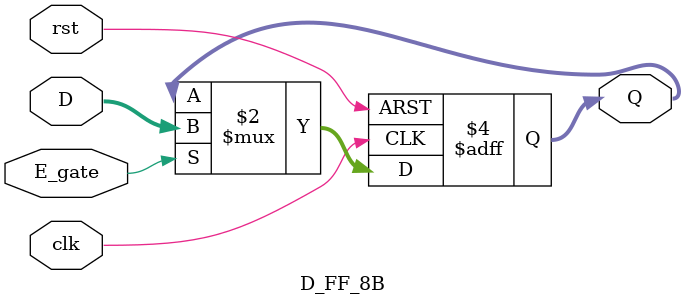
<source format=sv>
module D_FF_8B
(
	input logic clk,
	input logic rst,
	input logic E_gate,
	input logic [7:0]D,
	output logic [7:0]Q
);

always_ff @(posedge clk or posedge rst )
begin 
	if (rst )
	Q<= 8'b0;
	else if (E_gate)
	Q<= D;
end 
endmodule
</source>
